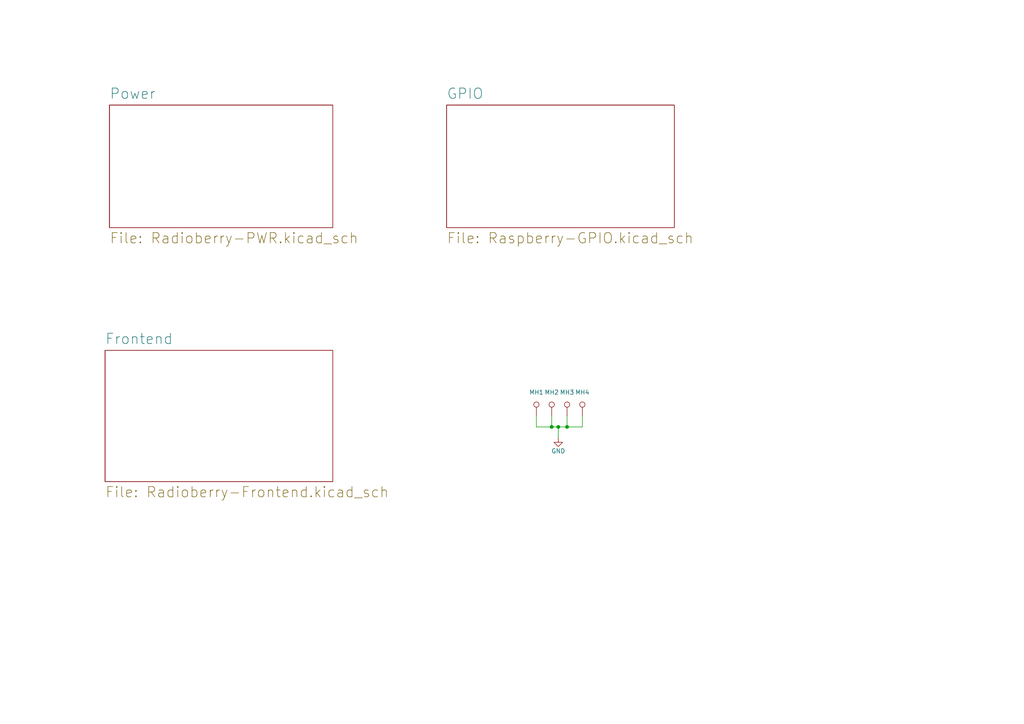
<source format=kicad_sch>
(kicad_sch (version 20231120) (generator "eeschema") (generator_version "8.0")
  (paper "A4")
  (title_block (title "RadioBerry V2.0") (date "2021-04-21") (rev "beta5") (company "AppMind") (comment 1 "PA3GSB"))
  (lib_symbols
    (symbol "hermeslite:GND" (power) (pin_names (offset 0))
      (property "Value" "GND" (at 0 -3.81 0))
      (symbol "GND_0_1"
        (polyline (pts (xy 0 0) (xy 0 -1.27) (xy 1.27 -1.27) (xy 0 -2.54) (xy -1.27 -1.27) (xy 0 -1.27)))
      )
      (symbol "GND_1_1"
        (pin power_in line (at 0 0 270) (length 0) hide (name "GND") (number "1"))
      )
    )
    (symbol "hermeslite:TEST_1P" (pin_numbers hide) (pin_names (offset 0.762) hide)
      (property "Reference" "J" (at 0 6.858 0))
      (property "Value" "TEST_1P" (at 0 5.08 0))
      (symbol "TEST_1P_0_1"
        (circle (center 0 3.302) (radius 0.762))
      )
      (symbol "TEST_1P_1_1"
        (pin passive line (at 0 0 90) (length 2.54) (name "1") (number "1"))
      )
    )
  )
  (junction (at 160.02 123.825))
  (junction (at 161.925 123.825))
  (junction (at 164.465 123.825))
  (wire (pts (xy 155.575 120.65) (xy 155.575 123.825)))
  (wire (pts (xy 160.02 123.825) (xy 161.925 123.825)))
  (wire (pts (xy 164.465 123.825) (xy 164.465 120.65)))
  (wire (pts (xy 164.465 123.825) (xy 168.91 123.825)))
  (wire (pts (xy 155.575 123.825) (xy 160.02 123.825)))
  (wire (pts (xy 161.925 123.825) (xy 164.465 123.825)))
  (wire (pts (xy 161.925 123.825) (xy 161.925 127)))
  (wire (pts (xy 168.91 123.825) (xy 168.91 120.65)))
  (wire (pts (xy 160.02 120.65) (xy 160.02 123.825)))
  (symbol (lib_id "hermeslite:TEST_1P") (at 155.575 120.65 0) (unit 1)
    (property "Reference" "MH1" (at 155.575 113.792 0))
    (property "Value" "DNI" (effects (hide yes)))
    (property "Footprint" "hermeslite:m3" (effects (hide yes)))
    (property "Option" "DUMMY" (effects (hide yes)))
    (property "Key" "NOBOM" (effects (hide yes)))
  )
  (symbol (lib_id "hermeslite:TEST_1P") (at 160.02 120.65 0) (unit 1)
    (property "Reference" "MH2" (at 160.02 113.792 0))
    (property "Value" "DNI" (effects (hide yes)))
    (property "Footprint" "hermeslite:m3" (effects (hide yes)))
    (property "Option" "DUMMY" (effects (hide yes)))
    (property "Key" "NOBOM" (effects (hide yes)))
  )
  (symbol (lib_id "hermeslite:TEST_1P") (at 164.465 120.65 0) (unit 1)
    (property "Reference" "MH3" (at 164.465 113.792 0))
    (property "Value" "DNI" (effects (hide yes)))
    (property "Footprint" "hermeslite:m3" (effects (hide yes)))
    (property "Option" "DUMMY" (effects (hide yes)))
    (property "Key" "NOBOM" (effects (hide yes)))
  )
  (symbol (lib_id "hermeslite:TEST_1P") (at 168.91 120.65 0) (unit 1)
    (property "Reference" "MH4" (at 168.91 113.792 0))
    (property "Value" "DNI" (effects (hide yes)))
    (property "Footprint" "hermeslite:m3" (effects (hide yes)))
    (property "Option" "DUMMY" (effects (hide yes)))
    (property "Key" "NOBOM" (effects (hide yes)))
  )
  (symbol (lib_id "hermeslite:GND") (at 161.925 127 0) (unit 1)
    (property "Reference" "#PWR01" (effects (hide yes)))
    (property "Value" "GND" (at 161.925 130.81 0))
  )
  (sheet (at 31.75 30.48) (size 64.77 35.56)
    (property "Sheetname" "Power" (at 31.75 28.9048 0) (effects (font (size 2.9972 2.9972)) (justify left bottom)))
    (property "Sheetfile" "Radioberry-PWR.kicad_sch" (at 31.75 67.3155 0) (effects (font (size 2.9972 2.9972)) (justify left top)))
  )
  (sheet (at 129.54 30.48) (size 66.04 35.56)
    (property "Sheetname" "GPIO" (at 129.54 28.9048 0) (effects (font (size 2.9972 2.9972)) (justify left bottom)))
    (property "Sheetfile" "Raspberry-GPIO.kicad_sch" (at 129.54 67.3155 0) (effects (font (size 2.9972 2.9972)) (justify left top)))
  )
  (sheet (at 30.48 101.6) (size 66.04 38.1)
    (property "Sheetname" "Frontend" (at 30.48 100.0248 0) (effects (font (size 2.9972 2.9972)) (justify left bottom)))
    (property "Sheetfile" "Radioberry-Frontend.kicad_sch" (at 30.48 140.9755 0) (effects (font (size 2.9972 2.9972)) (justify left top)))
  )
)
</source>
